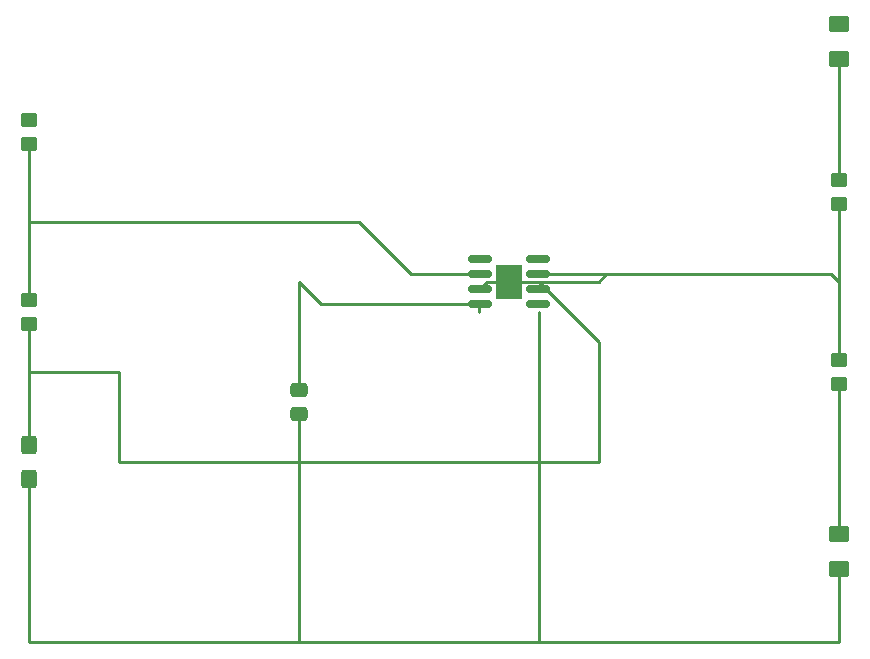
<source format=gbr>
%TF.GenerationSoftware,KiCad,Pcbnew,(6.0.10)*%
%TF.CreationDate,2023-02-24T19:06:45-08:00*%
%TF.ProjectId,Exercise 2,45786572-6369-4736-9520-322e6b696361,rev?*%
%TF.SameCoordinates,Original*%
%TF.FileFunction,Copper,L1,Top*%
%TF.FilePolarity,Positive*%
%FSLAX46Y46*%
G04 Gerber Fmt 4.6, Leading zero omitted, Abs format (unit mm)*
G04 Created by KiCad (PCBNEW (6.0.10)) date 2023-02-24 19:06:45*
%MOMM*%
%LPD*%
G01*
G04 APERTURE LIST*
G04 Aperture macros list*
%AMRoundRect*
0 Rectangle with rounded corners*
0 $1 Rounding radius*
0 $2 $3 $4 $5 $6 $7 $8 $9 X,Y pos of 4 corners*
0 Add a 4 corners polygon primitive as box body*
4,1,4,$2,$3,$4,$5,$6,$7,$8,$9,$2,$3,0*
0 Add four circle primitives for the rounded corners*
1,1,$1+$1,$2,$3*
1,1,$1+$1,$4,$5*
1,1,$1+$1,$6,$7*
1,1,$1+$1,$8,$9*
0 Add four rect primitives between the rounded corners*
20,1,$1+$1,$2,$3,$4,$5,0*
20,1,$1+$1,$4,$5,$6,$7,0*
20,1,$1+$1,$6,$7,$8,$9,0*
20,1,$1+$1,$8,$9,$2,$3,0*%
G04 Aperture macros list end*
%TA.AperFunction,SMDPad,CuDef*%
%ADD10RoundRect,0.250000X0.425000X-0.537500X0.425000X0.537500X-0.425000X0.537500X-0.425000X-0.537500X0*%
%TD*%
%TA.AperFunction,SMDPad,CuDef*%
%ADD11RoundRect,0.250001X-0.624999X0.462499X-0.624999X-0.462499X0.624999X-0.462499X0.624999X0.462499X0*%
%TD*%
%TA.AperFunction,SMDPad,CuDef*%
%ADD12RoundRect,0.150000X-0.825000X-0.150000X0.825000X-0.150000X0.825000X0.150000X-0.825000X0.150000X0*%
%TD*%
%TA.AperFunction,SMDPad,CuDef*%
%ADD13R,2.290000X3.000000*%
%TD*%
%TA.AperFunction,SMDPad,CuDef*%
%ADD14RoundRect,0.250000X-0.450000X0.350000X-0.450000X-0.350000X0.450000X-0.350000X0.450000X0.350000X0*%
%TD*%
%TA.AperFunction,SMDPad,CuDef*%
%ADD15RoundRect,0.250000X0.450000X-0.350000X0.450000X0.350000X-0.450000X0.350000X-0.450000X-0.350000X0*%
%TD*%
%TA.AperFunction,SMDPad,CuDef*%
%ADD16RoundRect,0.250000X0.475000X-0.337500X0.475000X0.337500X-0.475000X0.337500X-0.475000X-0.337500X0*%
%TD*%
%TA.AperFunction,Conductor*%
%ADD17C,0.250000*%
%TD*%
G04 APERTURE END LIST*
D10*
%TO.P,C2,1*%
%TO.N,N/C*%
X50800000Y-118277500D03*
%TO.P,C2,2*%
X50800000Y-115402500D03*
%TD*%
D11*
%TO.P,D2,1*%
%TO.N,N/C*%
X119380000Y-122972500D03*
%TO.P,D2,2*%
X119380000Y-125947500D03*
%TD*%
%TO.P,D1,1*%
%TO.N,N/C*%
X119380000Y-79792500D03*
%TO.P,D1,2*%
X119380000Y-82767500D03*
%TD*%
D12*
%TO.P,U1,1*%
%TO.N,N/C*%
X88965000Y-99695000D03*
%TO.P,U1,2*%
X88965000Y-100965000D03*
%TO.P,U1,3*%
X88965000Y-102235000D03*
%TO.P,U1,4*%
X88965000Y-103505000D03*
%TO.P,U1,5*%
X93915000Y-103505000D03*
%TO.P,U1,6*%
X93915000Y-102235000D03*
%TO.P,U1,7*%
X93915000Y-100965000D03*
%TO.P,U1,8*%
X93915000Y-99695000D03*
D13*
%TO.P,U1,9*%
X91440000Y-101600000D03*
%TD*%
D14*
%TO.P,R3,1*%
%TO.N,N/C*%
X119380000Y-92980000D03*
%TO.P,R3,2*%
X119380000Y-94980000D03*
%TD*%
D15*
%TO.P,R2,1*%
%TO.N,N/C*%
X50800000Y-105140000D03*
%TO.P,R2,2*%
X50800000Y-103140000D03*
%TD*%
D16*
%TO.P,C2,1*%
%TO.N,N/C*%
X73660000Y-112797500D03*
%TO.P,C2,2*%
X73660000Y-110722500D03*
%TD*%
D15*
%TO.P,R4,1*%
%TO.N,N/C*%
X119380000Y-110220000D03*
%TO.P,R4,2*%
X119380000Y-108220000D03*
%TD*%
%TO.P,R1,1*%
%TO.N,N/C*%
X50800000Y-89900000D03*
%TO.P,R1,2*%
X50800000Y-87900000D03*
%TD*%
D17*
%TO.N,*%
X119380000Y-82767500D02*
X119380000Y-92980000D01*
X50800000Y-132080000D02*
X50800000Y-118277500D01*
X93915000Y-100965000D02*
X99695000Y-100965000D01*
X73660000Y-132080000D02*
X50800000Y-132080000D01*
X83185000Y-100965000D02*
X78740000Y-96520000D01*
X88965000Y-102235000D02*
X89600000Y-101600000D01*
X119380000Y-125947500D02*
X119380000Y-132080000D01*
X93980000Y-104140000D02*
X93980000Y-132080000D01*
X93980000Y-101600000D02*
X99060000Y-106680000D01*
X88900000Y-103570000D02*
X88965000Y-103505000D01*
X99695000Y-100965000D02*
X118745000Y-100965000D01*
X99060000Y-101600000D02*
X99695000Y-100965000D01*
X119380000Y-101600000D02*
X119380000Y-108220000D01*
X119380000Y-110220000D02*
X119380000Y-122972500D01*
X50800000Y-115402500D02*
X50800000Y-105140000D01*
X50800000Y-103140000D02*
X50800000Y-89900000D01*
X89600000Y-101600000D02*
X99060000Y-101600000D01*
X99060000Y-116840000D02*
X58420000Y-116840000D01*
X75565000Y-103505000D02*
X73660000Y-101600000D01*
X58420000Y-116840000D02*
X58420000Y-109220000D01*
X73660000Y-101600000D02*
X73660000Y-110722500D01*
X119380000Y-132080000D02*
X73660000Y-132080000D01*
X88965000Y-100965000D02*
X83185000Y-100965000D01*
X99060000Y-106680000D02*
X99060000Y-116840000D01*
X73660000Y-112797500D02*
X73660000Y-132080000D01*
X88965000Y-103505000D02*
X75565000Y-103505000D01*
X88900000Y-104140000D02*
X88900000Y-103570000D01*
X119380000Y-94980000D02*
X119380000Y-101600000D01*
X78740000Y-96520000D02*
X50800000Y-96520000D01*
X58420000Y-109220000D02*
X50800000Y-109220000D01*
X118745000Y-100965000D02*
X119380000Y-101600000D01*
%TD*%
M02*

</source>
